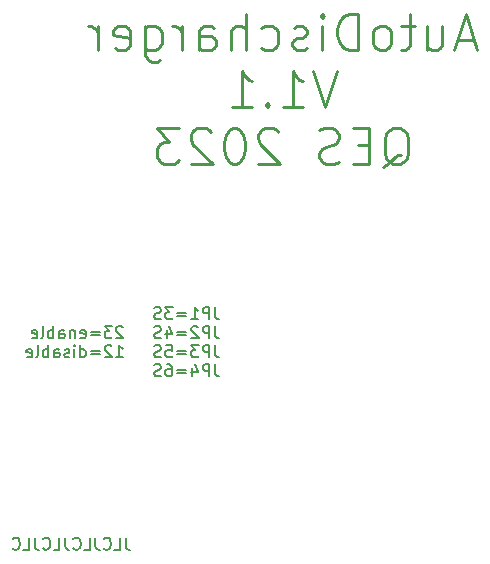
<source format=gbo>
G04 #@! TF.GenerationSoftware,KiCad,Pcbnew,(6.0.9)*
G04 #@! TF.CreationDate,2023-03-12T19:51:39-06:00*
G04 #@! TF.ProjectId,AutoDischarger,4175746f-4469-4736-9368-61726765722e,rev?*
G04 #@! TF.SameCoordinates,Original*
G04 #@! TF.FileFunction,Legend,Bot*
G04 #@! TF.FilePolarity,Positive*
%FSLAX46Y46*%
G04 Gerber Fmt 4.6, Leading zero omitted, Abs format (unit mm)*
G04 Created by KiCad (PCBNEW (6.0.9)) date 2023-03-12 19:51:39*
%MOMM*%
%LPD*%
G01*
G04 APERTURE LIST*
G04 Aperture macros list*
%AMRoundRect*
0 Rectangle with rounded corners*
0 $1 Rounding radius*
0 $2 $3 $4 $5 $6 $7 $8 $9 X,Y pos of 4 corners*
0 Add a 4 corners polygon primitive as box body*
4,1,4,$2,$3,$4,$5,$6,$7,$8,$9,$2,$3,0*
0 Add four circle primitives for the rounded corners*
1,1,$1+$1,$2,$3*
1,1,$1+$1,$4,$5*
1,1,$1+$1,$6,$7*
1,1,$1+$1,$8,$9*
0 Add four rect primitives between the rounded corners*
20,1,$1+$1,$2,$3,$4,$5,0*
20,1,$1+$1,$4,$5,$6,$7,0*
20,1,$1+$1,$6,$7,$8,$9,0*
20,1,$1+$1,$8,$9,$2,$3,0*%
G04 Aperture macros list end*
%ADD10C,0.160000*%
%ADD11C,0.250000*%
%ADD12R,1.700000X1.700000*%
%ADD13O,1.700000X1.700000*%
%ADD14RoundRect,0.250000X-0.725000X0.600000X-0.725000X-0.600000X0.725000X-0.600000X0.725000X0.600000X0*%
%ADD15O,1.950000X1.700000*%
G04 APERTURE END LIST*
D10*
X126572190Y-114037380D02*
X126572190Y-114751666D01*
X126619809Y-114894523D01*
X126715047Y-114989761D01*
X126857904Y-115037380D01*
X126953142Y-115037380D01*
X126096000Y-115037380D02*
X126096000Y-114037380D01*
X125715047Y-114037380D01*
X125619809Y-114085000D01*
X125572190Y-114132619D01*
X125524571Y-114227857D01*
X125524571Y-114370714D01*
X125572190Y-114465952D01*
X125619809Y-114513571D01*
X125715047Y-114561190D01*
X126096000Y-114561190D01*
X124572190Y-115037380D02*
X125143619Y-115037380D01*
X124857904Y-115037380D02*
X124857904Y-114037380D01*
X124953142Y-114180238D01*
X125048380Y-114275476D01*
X125143619Y-114323095D01*
X124143619Y-114513571D02*
X123381714Y-114513571D01*
X123381714Y-114799285D02*
X124143619Y-114799285D01*
X123000761Y-114037380D02*
X122381714Y-114037380D01*
X122715047Y-114418333D01*
X122572190Y-114418333D01*
X122476952Y-114465952D01*
X122429333Y-114513571D01*
X122381714Y-114608809D01*
X122381714Y-114846904D01*
X122429333Y-114942142D01*
X122476952Y-114989761D01*
X122572190Y-115037380D01*
X122857904Y-115037380D01*
X122953142Y-114989761D01*
X123000761Y-114942142D01*
X122000761Y-114989761D02*
X121857904Y-115037380D01*
X121619809Y-115037380D01*
X121524571Y-114989761D01*
X121476952Y-114942142D01*
X121429333Y-114846904D01*
X121429333Y-114751666D01*
X121476952Y-114656428D01*
X121524571Y-114608809D01*
X121619809Y-114561190D01*
X121810285Y-114513571D01*
X121905523Y-114465952D01*
X121953142Y-114418333D01*
X122000761Y-114323095D01*
X122000761Y-114227857D01*
X121953142Y-114132619D01*
X121905523Y-114085000D01*
X121810285Y-114037380D01*
X121572190Y-114037380D01*
X121429333Y-114085000D01*
X126572190Y-115647380D02*
X126572190Y-116361666D01*
X126619809Y-116504523D01*
X126715047Y-116599761D01*
X126857904Y-116647380D01*
X126953142Y-116647380D01*
X126096000Y-116647380D02*
X126096000Y-115647380D01*
X125715047Y-115647380D01*
X125619809Y-115695000D01*
X125572190Y-115742619D01*
X125524571Y-115837857D01*
X125524571Y-115980714D01*
X125572190Y-116075952D01*
X125619809Y-116123571D01*
X125715047Y-116171190D01*
X126096000Y-116171190D01*
X125143619Y-115742619D02*
X125096000Y-115695000D01*
X125000761Y-115647380D01*
X124762666Y-115647380D01*
X124667428Y-115695000D01*
X124619809Y-115742619D01*
X124572190Y-115837857D01*
X124572190Y-115933095D01*
X124619809Y-116075952D01*
X125191238Y-116647380D01*
X124572190Y-116647380D01*
X124143619Y-116123571D02*
X123381714Y-116123571D01*
X123381714Y-116409285D02*
X124143619Y-116409285D01*
X122476952Y-115980714D02*
X122476952Y-116647380D01*
X122715047Y-115599761D02*
X122953142Y-116314047D01*
X122334095Y-116314047D01*
X122000761Y-116599761D02*
X121857904Y-116647380D01*
X121619809Y-116647380D01*
X121524571Y-116599761D01*
X121476952Y-116552142D01*
X121429333Y-116456904D01*
X121429333Y-116361666D01*
X121476952Y-116266428D01*
X121524571Y-116218809D01*
X121619809Y-116171190D01*
X121810285Y-116123571D01*
X121905523Y-116075952D01*
X121953142Y-116028333D01*
X122000761Y-115933095D01*
X122000761Y-115837857D01*
X121953142Y-115742619D01*
X121905523Y-115695000D01*
X121810285Y-115647380D01*
X121572190Y-115647380D01*
X121429333Y-115695000D01*
X118762666Y-115742619D02*
X118715047Y-115695000D01*
X118619809Y-115647380D01*
X118381714Y-115647380D01*
X118286476Y-115695000D01*
X118238857Y-115742619D01*
X118191238Y-115837857D01*
X118191238Y-115933095D01*
X118238857Y-116075952D01*
X118810285Y-116647380D01*
X118191238Y-116647380D01*
X117857904Y-115647380D02*
X117238857Y-115647380D01*
X117572190Y-116028333D01*
X117429333Y-116028333D01*
X117334095Y-116075952D01*
X117286476Y-116123571D01*
X117238857Y-116218809D01*
X117238857Y-116456904D01*
X117286476Y-116552142D01*
X117334095Y-116599761D01*
X117429333Y-116647380D01*
X117715047Y-116647380D01*
X117810285Y-116599761D01*
X117857904Y-116552142D01*
X116810285Y-116123571D02*
X116048380Y-116123571D01*
X116048380Y-116409285D02*
X116810285Y-116409285D01*
X115191238Y-116599761D02*
X115286476Y-116647380D01*
X115476952Y-116647380D01*
X115572190Y-116599761D01*
X115619809Y-116504523D01*
X115619809Y-116123571D01*
X115572190Y-116028333D01*
X115476952Y-115980714D01*
X115286476Y-115980714D01*
X115191238Y-116028333D01*
X115143619Y-116123571D01*
X115143619Y-116218809D01*
X115619809Y-116314047D01*
X114715047Y-115980714D02*
X114715047Y-116647380D01*
X114715047Y-116075952D02*
X114667428Y-116028333D01*
X114572190Y-115980714D01*
X114429333Y-115980714D01*
X114334095Y-116028333D01*
X114286476Y-116123571D01*
X114286476Y-116647380D01*
X113381714Y-116647380D02*
X113381714Y-116123571D01*
X113429333Y-116028333D01*
X113524571Y-115980714D01*
X113715047Y-115980714D01*
X113810285Y-116028333D01*
X113381714Y-116599761D02*
X113476952Y-116647380D01*
X113715047Y-116647380D01*
X113810285Y-116599761D01*
X113857904Y-116504523D01*
X113857904Y-116409285D01*
X113810285Y-116314047D01*
X113715047Y-116266428D01*
X113476952Y-116266428D01*
X113381714Y-116218809D01*
X112905523Y-116647380D02*
X112905523Y-115647380D01*
X112905523Y-116028333D02*
X112810285Y-115980714D01*
X112619809Y-115980714D01*
X112524571Y-116028333D01*
X112476952Y-116075952D01*
X112429333Y-116171190D01*
X112429333Y-116456904D01*
X112476952Y-116552142D01*
X112524571Y-116599761D01*
X112619809Y-116647380D01*
X112810285Y-116647380D01*
X112905523Y-116599761D01*
X111857904Y-116647380D02*
X111953142Y-116599761D01*
X112000761Y-116504523D01*
X112000761Y-115647380D01*
X111096000Y-116599761D02*
X111191238Y-116647380D01*
X111381714Y-116647380D01*
X111476952Y-116599761D01*
X111524571Y-116504523D01*
X111524571Y-116123571D01*
X111476952Y-116028333D01*
X111381714Y-115980714D01*
X111191238Y-115980714D01*
X111096000Y-116028333D01*
X111048380Y-116123571D01*
X111048380Y-116218809D01*
X111524571Y-116314047D01*
X126572190Y-117257380D02*
X126572190Y-117971666D01*
X126619809Y-118114523D01*
X126715047Y-118209761D01*
X126857904Y-118257380D01*
X126953142Y-118257380D01*
X126096000Y-118257380D02*
X126096000Y-117257380D01*
X125715047Y-117257380D01*
X125619809Y-117305000D01*
X125572190Y-117352619D01*
X125524571Y-117447857D01*
X125524571Y-117590714D01*
X125572190Y-117685952D01*
X125619809Y-117733571D01*
X125715047Y-117781190D01*
X126096000Y-117781190D01*
X125191238Y-117257380D02*
X124572190Y-117257380D01*
X124905523Y-117638333D01*
X124762666Y-117638333D01*
X124667428Y-117685952D01*
X124619809Y-117733571D01*
X124572190Y-117828809D01*
X124572190Y-118066904D01*
X124619809Y-118162142D01*
X124667428Y-118209761D01*
X124762666Y-118257380D01*
X125048380Y-118257380D01*
X125143619Y-118209761D01*
X125191238Y-118162142D01*
X124143619Y-117733571D02*
X123381714Y-117733571D01*
X123381714Y-118019285D02*
X124143619Y-118019285D01*
X122429333Y-117257380D02*
X122905523Y-117257380D01*
X122953142Y-117733571D01*
X122905523Y-117685952D01*
X122810285Y-117638333D01*
X122572190Y-117638333D01*
X122476952Y-117685952D01*
X122429333Y-117733571D01*
X122381714Y-117828809D01*
X122381714Y-118066904D01*
X122429333Y-118162142D01*
X122476952Y-118209761D01*
X122572190Y-118257380D01*
X122810285Y-118257380D01*
X122905523Y-118209761D01*
X122953142Y-118162142D01*
X122000761Y-118209761D02*
X121857904Y-118257380D01*
X121619809Y-118257380D01*
X121524571Y-118209761D01*
X121476952Y-118162142D01*
X121429333Y-118066904D01*
X121429333Y-117971666D01*
X121476952Y-117876428D01*
X121524571Y-117828809D01*
X121619809Y-117781190D01*
X121810285Y-117733571D01*
X121905523Y-117685952D01*
X121953142Y-117638333D01*
X122000761Y-117543095D01*
X122000761Y-117447857D01*
X121953142Y-117352619D01*
X121905523Y-117305000D01*
X121810285Y-117257380D01*
X121572190Y-117257380D01*
X121429333Y-117305000D01*
X118191238Y-118257380D02*
X118762666Y-118257380D01*
X118476952Y-118257380D02*
X118476952Y-117257380D01*
X118572190Y-117400238D01*
X118667428Y-117495476D01*
X118762666Y-117543095D01*
X117810285Y-117352619D02*
X117762666Y-117305000D01*
X117667428Y-117257380D01*
X117429333Y-117257380D01*
X117334095Y-117305000D01*
X117286476Y-117352619D01*
X117238857Y-117447857D01*
X117238857Y-117543095D01*
X117286476Y-117685952D01*
X117857904Y-118257380D01*
X117238857Y-118257380D01*
X116810285Y-117733571D02*
X116048380Y-117733571D01*
X116048380Y-118019285D02*
X116810285Y-118019285D01*
X115143619Y-118257380D02*
X115143619Y-117257380D01*
X115143619Y-118209761D02*
X115238857Y-118257380D01*
X115429333Y-118257380D01*
X115524571Y-118209761D01*
X115572190Y-118162142D01*
X115619809Y-118066904D01*
X115619809Y-117781190D01*
X115572190Y-117685952D01*
X115524571Y-117638333D01*
X115429333Y-117590714D01*
X115238857Y-117590714D01*
X115143619Y-117638333D01*
X114667428Y-118257380D02*
X114667428Y-117590714D01*
X114667428Y-117257380D02*
X114715047Y-117305000D01*
X114667428Y-117352619D01*
X114619809Y-117305000D01*
X114667428Y-117257380D01*
X114667428Y-117352619D01*
X114238857Y-118209761D02*
X114143619Y-118257380D01*
X113953142Y-118257380D01*
X113857904Y-118209761D01*
X113810285Y-118114523D01*
X113810285Y-118066904D01*
X113857904Y-117971666D01*
X113953142Y-117924047D01*
X114096000Y-117924047D01*
X114191238Y-117876428D01*
X114238857Y-117781190D01*
X114238857Y-117733571D01*
X114191238Y-117638333D01*
X114096000Y-117590714D01*
X113953142Y-117590714D01*
X113857904Y-117638333D01*
X112953142Y-118257380D02*
X112953142Y-117733571D01*
X113000761Y-117638333D01*
X113096000Y-117590714D01*
X113286476Y-117590714D01*
X113381714Y-117638333D01*
X112953142Y-118209761D02*
X113048380Y-118257380D01*
X113286476Y-118257380D01*
X113381714Y-118209761D01*
X113429333Y-118114523D01*
X113429333Y-118019285D01*
X113381714Y-117924047D01*
X113286476Y-117876428D01*
X113048380Y-117876428D01*
X112953142Y-117828809D01*
X112476952Y-118257380D02*
X112476952Y-117257380D01*
X112476952Y-117638333D02*
X112381714Y-117590714D01*
X112191238Y-117590714D01*
X112096000Y-117638333D01*
X112048380Y-117685952D01*
X112000761Y-117781190D01*
X112000761Y-118066904D01*
X112048380Y-118162142D01*
X112096000Y-118209761D01*
X112191238Y-118257380D01*
X112381714Y-118257380D01*
X112476952Y-118209761D01*
X111429333Y-118257380D02*
X111524571Y-118209761D01*
X111572190Y-118114523D01*
X111572190Y-117257380D01*
X110667428Y-118209761D02*
X110762666Y-118257380D01*
X110953142Y-118257380D01*
X111048380Y-118209761D01*
X111096000Y-118114523D01*
X111096000Y-117733571D01*
X111048380Y-117638333D01*
X110953142Y-117590714D01*
X110762666Y-117590714D01*
X110667428Y-117638333D01*
X110619809Y-117733571D01*
X110619809Y-117828809D01*
X111096000Y-117924047D01*
X126572190Y-118867380D02*
X126572190Y-119581666D01*
X126619809Y-119724523D01*
X126715047Y-119819761D01*
X126857904Y-119867380D01*
X126953142Y-119867380D01*
X126096000Y-119867380D02*
X126096000Y-118867380D01*
X125715047Y-118867380D01*
X125619809Y-118915000D01*
X125572190Y-118962619D01*
X125524571Y-119057857D01*
X125524571Y-119200714D01*
X125572190Y-119295952D01*
X125619809Y-119343571D01*
X125715047Y-119391190D01*
X126096000Y-119391190D01*
X124667428Y-119200714D02*
X124667428Y-119867380D01*
X124905523Y-118819761D02*
X125143619Y-119534047D01*
X124524571Y-119534047D01*
X124143619Y-119343571D02*
X123381714Y-119343571D01*
X123381714Y-119629285D02*
X124143619Y-119629285D01*
X122476952Y-118867380D02*
X122667428Y-118867380D01*
X122762666Y-118915000D01*
X122810285Y-118962619D01*
X122905523Y-119105476D01*
X122953142Y-119295952D01*
X122953142Y-119676904D01*
X122905523Y-119772142D01*
X122857904Y-119819761D01*
X122762666Y-119867380D01*
X122572190Y-119867380D01*
X122476952Y-119819761D01*
X122429333Y-119772142D01*
X122381714Y-119676904D01*
X122381714Y-119438809D01*
X122429333Y-119343571D01*
X122476952Y-119295952D01*
X122572190Y-119248333D01*
X122762666Y-119248333D01*
X122857904Y-119295952D01*
X122905523Y-119343571D01*
X122953142Y-119438809D01*
X122000761Y-119819761D02*
X121857904Y-119867380D01*
X121619809Y-119867380D01*
X121524571Y-119819761D01*
X121476952Y-119772142D01*
X121429333Y-119676904D01*
X121429333Y-119581666D01*
X121476952Y-119486428D01*
X121524571Y-119438809D01*
X121619809Y-119391190D01*
X121810285Y-119343571D01*
X121905523Y-119295952D01*
X121953142Y-119248333D01*
X122000761Y-119153095D01*
X122000761Y-119057857D01*
X121953142Y-118962619D01*
X121905523Y-118915000D01*
X121810285Y-118867380D01*
X121572190Y-118867380D01*
X121429333Y-118915000D01*
D11*
X148514285Y-91370000D02*
X147085714Y-91370000D01*
X148800000Y-92227142D02*
X147800000Y-89227142D01*
X146800000Y-92227142D01*
X144514285Y-90227142D02*
X144514285Y-92227142D01*
X145800000Y-90227142D02*
X145800000Y-91798571D01*
X145657142Y-92084285D01*
X145371428Y-92227142D01*
X144942857Y-92227142D01*
X144657142Y-92084285D01*
X144514285Y-91941428D01*
X143514285Y-90227142D02*
X142371428Y-90227142D01*
X143085714Y-89227142D02*
X143085714Y-91798571D01*
X142942857Y-92084285D01*
X142657142Y-92227142D01*
X142371428Y-92227142D01*
X140942857Y-92227142D02*
X141228571Y-92084285D01*
X141371428Y-91941428D01*
X141514285Y-91655714D01*
X141514285Y-90798571D01*
X141371428Y-90512857D01*
X141228571Y-90370000D01*
X140942857Y-90227142D01*
X140514285Y-90227142D01*
X140228571Y-90370000D01*
X140085714Y-90512857D01*
X139942857Y-90798571D01*
X139942857Y-91655714D01*
X140085714Y-91941428D01*
X140228571Y-92084285D01*
X140514285Y-92227142D01*
X140942857Y-92227142D01*
X138657142Y-92227142D02*
X138657142Y-89227142D01*
X137942857Y-89227142D01*
X137514285Y-89370000D01*
X137228571Y-89655714D01*
X137085714Y-89941428D01*
X136942857Y-90512857D01*
X136942857Y-90941428D01*
X137085714Y-91512857D01*
X137228571Y-91798571D01*
X137514285Y-92084285D01*
X137942857Y-92227142D01*
X138657142Y-92227142D01*
X135657142Y-92227142D02*
X135657142Y-90227142D01*
X135657142Y-89227142D02*
X135800000Y-89370000D01*
X135657142Y-89512857D01*
X135514285Y-89370000D01*
X135657142Y-89227142D01*
X135657142Y-89512857D01*
X134371428Y-92084285D02*
X134085714Y-92227142D01*
X133514285Y-92227142D01*
X133228571Y-92084285D01*
X133085714Y-91798571D01*
X133085714Y-91655714D01*
X133228571Y-91370000D01*
X133514285Y-91227142D01*
X133942857Y-91227142D01*
X134228571Y-91084285D01*
X134371428Y-90798571D01*
X134371428Y-90655714D01*
X134228571Y-90370000D01*
X133942857Y-90227142D01*
X133514285Y-90227142D01*
X133228571Y-90370000D01*
X130514285Y-92084285D02*
X130800000Y-92227142D01*
X131371428Y-92227142D01*
X131657142Y-92084285D01*
X131800000Y-91941428D01*
X131942857Y-91655714D01*
X131942857Y-90798571D01*
X131800000Y-90512857D01*
X131657142Y-90370000D01*
X131371428Y-90227142D01*
X130800000Y-90227142D01*
X130514285Y-90370000D01*
X129228571Y-92227142D02*
X129228571Y-89227142D01*
X127942857Y-92227142D02*
X127942857Y-90655714D01*
X128085714Y-90370000D01*
X128371428Y-90227142D01*
X128800000Y-90227142D01*
X129085714Y-90370000D01*
X129228571Y-90512857D01*
X125228571Y-92227142D02*
X125228571Y-90655714D01*
X125371428Y-90370000D01*
X125657142Y-90227142D01*
X126228571Y-90227142D01*
X126514285Y-90370000D01*
X125228571Y-92084285D02*
X125514285Y-92227142D01*
X126228571Y-92227142D01*
X126514285Y-92084285D01*
X126657142Y-91798571D01*
X126657142Y-91512857D01*
X126514285Y-91227142D01*
X126228571Y-91084285D01*
X125514285Y-91084285D01*
X125228571Y-90941428D01*
X123800000Y-92227142D02*
X123800000Y-90227142D01*
X123800000Y-90798571D02*
X123657142Y-90512857D01*
X123514285Y-90370000D01*
X123228571Y-90227142D01*
X122942857Y-90227142D01*
X120657142Y-90227142D02*
X120657142Y-92655714D01*
X120800000Y-92941428D01*
X120942857Y-93084285D01*
X121228571Y-93227142D01*
X121657142Y-93227142D01*
X121942857Y-93084285D01*
X120657142Y-92084285D02*
X120942857Y-92227142D01*
X121514285Y-92227142D01*
X121800000Y-92084285D01*
X121942857Y-91941428D01*
X122085714Y-91655714D01*
X122085714Y-90798571D01*
X121942857Y-90512857D01*
X121800000Y-90370000D01*
X121514285Y-90227142D01*
X120942857Y-90227142D01*
X120657142Y-90370000D01*
X118085714Y-92084285D02*
X118371428Y-92227142D01*
X118942857Y-92227142D01*
X119228571Y-92084285D01*
X119371428Y-91798571D01*
X119371428Y-90655714D01*
X119228571Y-90370000D01*
X118942857Y-90227142D01*
X118371428Y-90227142D01*
X118085714Y-90370000D01*
X117942857Y-90655714D01*
X117942857Y-90941428D01*
X119371428Y-91227142D01*
X116657142Y-92227142D02*
X116657142Y-90227142D01*
X116657142Y-90798571D02*
X116514285Y-90512857D01*
X116371428Y-90370000D01*
X116085714Y-90227142D01*
X115800000Y-90227142D01*
X136871428Y-94057142D02*
X135871428Y-97057142D01*
X134871428Y-94057142D01*
X132300000Y-97057142D02*
X134014285Y-97057142D01*
X133157142Y-97057142D02*
X133157142Y-94057142D01*
X133442857Y-94485714D01*
X133728571Y-94771428D01*
X134014285Y-94914285D01*
X131014285Y-96771428D02*
X130871428Y-96914285D01*
X131014285Y-97057142D01*
X131157142Y-96914285D01*
X131014285Y-96771428D01*
X131014285Y-97057142D01*
X128014285Y-97057142D02*
X129728571Y-97057142D01*
X128871428Y-97057142D02*
X128871428Y-94057142D01*
X129157142Y-94485714D01*
X129442857Y-94771428D01*
X129728571Y-94914285D01*
X140800000Y-102172857D02*
X141085714Y-102030000D01*
X141371428Y-101744285D01*
X141800000Y-101315714D01*
X142085714Y-101172857D01*
X142371428Y-101172857D01*
X142228571Y-101887142D02*
X142514285Y-101744285D01*
X142800000Y-101458571D01*
X142942857Y-100887142D01*
X142942857Y-99887142D01*
X142800000Y-99315714D01*
X142514285Y-99030000D01*
X142228571Y-98887142D01*
X141657142Y-98887142D01*
X141371428Y-99030000D01*
X141085714Y-99315714D01*
X140942857Y-99887142D01*
X140942857Y-100887142D01*
X141085714Y-101458571D01*
X141371428Y-101744285D01*
X141657142Y-101887142D01*
X142228571Y-101887142D01*
X139657142Y-100315714D02*
X138657142Y-100315714D01*
X138228571Y-101887142D02*
X139657142Y-101887142D01*
X139657142Y-98887142D01*
X138228571Y-98887142D01*
X137085714Y-101744285D02*
X136657142Y-101887142D01*
X135942857Y-101887142D01*
X135657142Y-101744285D01*
X135514285Y-101601428D01*
X135371428Y-101315714D01*
X135371428Y-101030000D01*
X135514285Y-100744285D01*
X135657142Y-100601428D01*
X135942857Y-100458571D01*
X136514285Y-100315714D01*
X136800000Y-100172857D01*
X136942857Y-100030000D01*
X137085714Y-99744285D01*
X137085714Y-99458571D01*
X136942857Y-99172857D01*
X136800000Y-99030000D01*
X136514285Y-98887142D01*
X135800000Y-98887142D01*
X135371428Y-99030000D01*
X131942857Y-99172857D02*
X131800000Y-99030000D01*
X131514285Y-98887142D01*
X130800000Y-98887142D01*
X130514285Y-99030000D01*
X130371428Y-99172857D01*
X130228571Y-99458571D01*
X130228571Y-99744285D01*
X130371428Y-100172857D01*
X132085714Y-101887142D01*
X130228571Y-101887142D01*
X128371428Y-98887142D02*
X128085714Y-98887142D01*
X127800000Y-99030000D01*
X127657142Y-99172857D01*
X127514285Y-99458571D01*
X127371428Y-100030000D01*
X127371428Y-100744285D01*
X127514285Y-101315714D01*
X127657142Y-101601428D01*
X127800000Y-101744285D01*
X128085714Y-101887142D01*
X128371428Y-101887142D01*
X128657142Y-101744285D01*
X128800000Y-101601428D01*
X128942857Y-101315714D01*
X129085714Y-100744285D01*
X129085714Y-100030000D01*
X128942857Y-99458571D01*
X128800000Y-99172857D01*
X128657142Y-99030000D01*
X128371428Y-98887142D01*
X126228571Y-99172857D02*
X126085714Y-99030000D01*
X125800000Y-98887142D01*
X125085714Y-98887142D01*
X124800000Y-99030000D01*
X124657142Y-99172857D01*
X124514285Y-99458571D01*
X124514285Y-99744285D01*
X124657142Y-100172857D01*
X126371428Y-101887142D01*
X124514285Y-101887142D01*
X123514285Y-98887142D02*
X121657142Y-98887142D01*
X122657142Y-100030000D01*
X122228571Y-100030000D01*
X121942857Y-100172857D01*
X121800000Y-100315714D01*
X121657142Y-100601428D01*
X121657142Y-101315714D01*
X121800000Y-101601428D01*
X121942857Y-101744285D01*
X122228571Y-101887142D01*
X123085714Y-101887142D01*
X123371428Y-101744285D01*
X123514285Y-101601428D01*
D10*
X119019047Y-133552380D02*
X119019047Y-134266666D01*
X119066666Y-134409523D01*
X119161904Y-134504761D01*
X119304761Y-134552380D01*
X119400000Y-134552380D01*
X118066666Y-134552380D02*
X118542857Y-134552380D01*
X118542857Y-133552380D01*
X117161904Y-134457142D02*
X117209523Y-134504761D01*
X117352380Y-134552380D01*
X117447619Y-134552380D01*
X117590476Y-134504761D01*
X117685714Y-134409523D01*
X117733333Y-134314285D01*
X117780952Y-134123809D01*
X117780952Y-133980952D01*
X117733333Y-133790476D01*
X117685714Y-133695238D01*
X117590476Y-133600000D01*
X117447619Y-133552380D01*
X117352380Y-133552380D01*
X117209523Y-133600000D01*
X117161904Y-133647619D01*
X116447619Y-133552380D02*
X116447619Y-134266666D01*
X116495238Y-134409523D01*
X116590476Y-134504761D01*
X116733333Y-134552380D01*
X116828571Y-134552380D01*
X115495238Y-134552380D02*
X115971428Y-134552380D01*
X115971428Y-133552380D01*
X114590476Y-134457142D02*
X114638095Y-134504761D01*
X114780952Y-134552380D01*
X114876190Y-134552380D01*
X115019047Y-134504761D01*
X115114285Y-134409523D01*
X115161904Y-134314285D01*
X115209523Y-134123809D01*
X115209523Y-133980952D01*
X115161904Y-133790476D01*
X115114285Y-133695238D01*
X115019047Y-133600000D01*
X114876190Y-133552380D01*
X114780952Y-133552380D01*
X114638095Y-133600000D01*
X114590476Y-133647619D01*
X113876190Y-133552380D02*
X113876190Y-134266666D01*
X113923809Y-134409523D01*
X114019047Y-134504761D01*
X114161904Y-134552380D01*
X114257142Y-134552380D01*
X112923809Y-134552380D02*
X113400000Y-134552380D01*
X113400000Y-133552380D01*
X112019047Y-134457142D02*
X112066666Y-134504761D01*
X112209523Y-134552380D01*
X112304761Y-134552380D01*
X112447619Y-134504761D01*
X112542857Y-134409523D01*
X112590476Y-134314285D01*
X112638095Y-134123809D01*
X112638095Y-133980952D01*
X112590476Y-133790476D01*
X112542857Y-133695238D01*
X112447619Y-133600000D01*
X112304761Y-133552380D01*
X112209523Y-133552380D01*
X112066666Y-133600000D01*
X112019047Y-133647619D01*
X111304761Y-133552380D02*
X111304761Y-134266666D01*
X111352380Y-134409523D01*
X111447619Y-134504761D01*
X111590476Y-134552380D01*
X111685714Y-134552380D01*
X110352380Y-134552380D02*
X110828571Y-134552380D01*
X110828571Y-133552380D01*
X109447619Y-134457142D02*
X109495238Y-134504761D01*
X109638095Y-134552380D01*
X109733333Y-134552380D01*
X109876190Y-134504761D01*
X109971428Y-134409523D01*
X110019047Y-134314285D01*
X110066666Y-134123809D01*
X110066666Y-133980952D01*
X110019047Y-133790476D01*
X109971428Y-133695238D01*
X109876190Y-133600000D01*
X109733333Y-133552380D01*
X109638095Y-133552380D01*
X109495238Y-133600000D01*
X109447619Y-133647619D01*
%LPC*%
D12*
X110925000Y-89000000D03*
D13*
X113465000Y-89000000D03*
X116005000Y-89000000D03*
X118545000Y-89000000D03*
X121085000Y-89000000D03*
D14*
X153000000Y-104500000D03*
D15*
X153000000Y-107000000D03*
X153000000Y-109500000D03*
X153000000Y-112000000D03*
X153000000Y-114500000D03*
X153000000Y-117000000D03*
X153000000Y-119500000D03*
M02*

</source>
